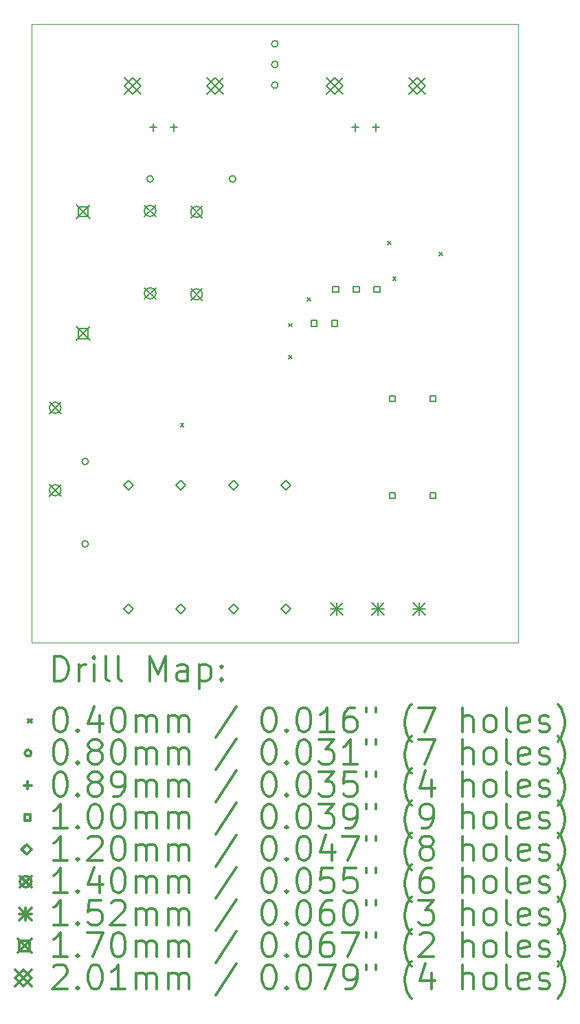
<source format=gbr>
%FSLAX45Y45*%
G04 Gerber Fmt 4.5, Leading zero omitted, Abs format (unit mm)*
G04 Created by KiCad (PCBNEW (5.1.2)-2) date 2019-08-08 10:38:03*
%MOMM*%
%LPD*%
G04 APERTURE LIST*
%ADD10C,0.050000*%
%ADD11C,0.200000*%
%ADD12C,0.300000*%
G04 APERTURE END LIST*
D10*
X4826000Y-11303000D02*
X4826000Y-3683000D01*
X10820400Y-11303000D02*
X4826000Y-11303000D01*
X10820400Y-3683000D02*
X10820400Y-11303000D01*
X4826000Y-3683000D02*
X10820400Y-3683000D01*
D11*
X6660200Y-8603300D02*
X6700200Y-8643300D01*
X6700200Y-8603300D02*
X6660200Y-8643300D01*
X7993700Y-7368101D02*
X8033700Y-7408101D01*
X8033700Y-7368101D02*
X7993700Y-7408101D01*
X7993700Y-7765100D02*
X8033700Y-7805100D01*
X8033700Y-7765100D02*
X7993700Y-7805100D01*
X8222300Y-7053900D02*
X8262300Y-7093900D01*
X8262300Y-7053900D02*
X8222300Y-7093900D01*
X9212900Y-6355400D02*
X9252900Y-6395400D01*
X9252900Y-6355400D02*
X9212900Y-6395400D01*
X9276400Y-6799900D02*
X9316400Y-6839900D01*
X9316400Y-6799900D02*
X9276400Y-6839900D01*
X9847900Y-6495100D02*
X9887900Y-6535100D01*
X9887900Y-6495100D02*
X9847900Y-6535100D01*
X6326500Y-5588000D02*
G75*
G03X6326500Y-5588000I-40000J0D01*
G01*
X7342500Y-5588000D02*
G75*
G03X7342500Y-5588000I-40000J0D01*
G01*
X7863200Y-3924300D02*
G75*
G03X7863200Y-3924300I-40000J0D01*
G01*
X7863200Y-4178300D02*
G75*
G03X7863200Y-4178300I-40000J0D01*
G01*
X7863200Y-4432300D02*
G75*
G03X7863200Y-4432300I-40000J0D01*
G01*
X5526400Y-9067800D02*
G75*
G03X5526400Y-9067800I-40000J0D01*
G01*
X5526400Y-10083800D02*
G75*
G03X5526400Y-10083800I-40000J0D01*
G01*
X6324600Y-4908500D02*
X6324600Y-4997500D01*
X6280100Y-4953000D02*
X6369100Y-4953000D01*
X6578600Y-4908500D02*
X6578600Y-4997500D01*
X6534100Y-4953000D02*
X6623100Y-4953000D01*
X8813800Y-4908500D02*
X8813800Y-4997500D01*
X8769300Y-4953000D02*
X8858300Y-4953000D01*
X9067800Y-4908500D02*
X9067800Y-4997500D01*
X9023300Y-4953000D02*
X9112300Y-4953000D01*
X9306356Y-8328456D02*
X9306356Y-8257744D01*
X9235644Y-8257744D01*
X9235644Y-8328456D01*
X9306356Y-8328456D01*
X9806356Y-8328456D02*
X9806356Y-8257744D01*
X9735644Y-8257744D01*
X9735644Y-8328456D01*
X9806356Y-8328456D01*
X8607856Y-6982256D02*
X8607856Y-6911544D01*
X8537144Y-6911544D01*
X8537144Y-6982256D01*
X8607856Y-6982256D01*
X8861856Y-6982256D02*
X8861856Y-6911544D01*
X8791144Y-6911544D01*
X8791144Y-6982256D01*
X8861856Y-6982256D01*
X9115856Y-6982256D02*
X9115856Y-6911544D01*
X9045144Y-6911544D01*
X9045144Y-6982256D01*
X9115856Y-6982256D01*
X9306356Y-9522256D02*
X9306356Y-9451544D01*
X9235644Y-9451544D01*
X9235644Y-9522256D01*
X9306356Y-9522256D01*
X9806356Y-9522256D02*
X9806356Y-9451544D01*
X9735644Y-9451544D01*
X9735644Y-9522256D01*
X9806356Y-9522256D01*
X8341156Y-7401356D02*
X8341156Y-7330644D01*
X8270444Y-7330644D01*
X8270444Y-7401356D01*
X8341156Y-7401356D01*
X8595156Y-7401356D02*
X8595156Y-7330644D01*
X8524444Y-7330644D01*
X8524444Y-7401356D01*
X8595156Y-7401356D01*
X7315200Y-9419900D02*
X7375200Y-9359900D01*
X7315200Y-9299900D01*
X7255200Y-9359900D01*
X7315200Y-9419900D01*
X7315200Y-10943900D02*
X7375200Y-10883900D01*
X7315200Y-10823900D01*
X7255200Y-10883900D01*
X7315200Y-10943900D01*
X6019800Y-9419900D02*
X6079800Y-9359900D01*
X6019800Y-9299900D01*
X5959800Y-9359900D01*
X6019800Y-9419900D01*
X6019800Y-10943900D02*
X6079800Y-10883900D01*
X6019800Y-10823900D01*
X5959800Y-10883900D01*
X6019800Y-10943900D01*
X7962900Y-9419900D02*
X8022900Y-9359900D01*
X7962900Y-9299900D01*
X7902900Y-9359900D01*
X7962900Y-9419900D01*
X7962900Y-10943900D02*
X8022900Y-10883900D01*
X7962900Y-10823900D01*
X7902900Y-10883900D01*
X7962900Y-10943900D01*
X6667500Y-9419900D02*
X6727500Y-9359900D01*
X6667500Y-9299900D01*
X6607500Y-9359900D01*
X6667500Y-9419900D01*
X6667500Y-10943900D02*
X6727500Y-10883900D01*
X6667500Y-10823900D01*
X6607500Y-10883900D01*
X6667500Y-10943900D01*
X6788000Y-5924400D02*
X6928000Y-6064400D01*
X6928000Y-5924400D02*
X6788000Y-6064400D01*
X6928000Y-5994400D02*
G75*
G03X6928000Y-5994400I-70000J0D01*
G01*
X6788000Y-6940400D02*
X6928000Y-7080400D01*
X6928000Y-6940400D02*
X6788000Y-7080400D01*
X6928000Y-7010400D02*
G75*
G03X6928000Y-7010400I-70000J0D01*
G01*
X6216500Y-5911700D02*
X6356500Y-6051700D01*
X6356500Y-5911700D02*
X6216500Y-6051700D01*
X6356500Y-5981700D02*
G75*
G03X6356500Y-5981700I-70000J0D01*
G01*
X6216500Y-6927700D02*
X6356500Y-7067700D01*
X6356500Y-6927700D02*
X6216500Y-7067700D01*
X6356500Y-6997700D02*
G75*
G03X6356500Y-6997700I-70000J0D01*
G01*
X5048100Y-8337400D02*
X5188100Y-8477400D01*
X5188100Y-8337400D02*
X5048100Y-8477400D01*
X5188100Y-8407400D02*
G75*
G03X5188100Y-8407400I-70000J0D01*
G01*
X5048100Y-9353400D02*
X5188100Y-9493400D01*
X5188100Y-9353400D02*
X5048100Y-9493400D01*
X5188100Y-9423400D02*
G75*
G03X5188100Y-9423400I-70000J0D01*
G01*
X8509200Y-10807900D02*
X8661200Y-10959900D01*
X8661200Y-10807900D02*
X8509200Y-10959900D01*
X8585200Y-10807900D02*
X8585200Y-10959900D01*
X8509200Y-10883900D02*
X8661200Y-10883900D01*
X9017200Y-10807900D02*
X9169200Y-10959900D01*
X9169200Y-10807900D02*
X9017200Y-10959900D01*
X9093200Y-10807900D02*
X9093200Y-10959900D01*
X9017200Y-10883900D02*
X9169200Y-10883900D01*
X9525200Y-10807900D02*
X9677200Y-10959900D01*
X9677200Y-10807900D02*
X9525200Y-10959900D01*
X9601200Y-10807900D02*
X9601200Y-10959900D01*
X9525200Y-10883900D02*
X9677200Y-10883900D01*
X5376000Y-5908700D02*
X5546000Y-6078700D01*
X5546000Y-5908700D02*
X5376000Y-6078700D01*
X5521105Y-6053805D02*
X5521105Y-5933595D01*
X5400895Y-5933595D01*
X5400895Y-6053805D01*
X5521105Y-6053805D01*
X5376000Y-7408700D02*
X5546000Y-7578700D01*
X5546000Y-7408700D02*
X5376000Y-7578700D01*
X5521105Y-7553805D02*
X5521105Y-7433595D01*
X5400895Y-7433595D01*
X5400895Y-7553805D01*
X5521105Y-7553805D01*
X5970100Y-4344500D02*
X6171100Y-4545500D01*
X6171100Y-4344500D02*
X5970100Y-4545500D01*
X6070600Y-4545500D02*
X6171100Y-4445000D01*
X6070600Y-4344500D01*
X5970100Y-4445000D01*
X6070600Y-4545500D01*
X6986100Y-4344500D02*
X7187100Y-4545500D01*
X7187100Y-4344500D02*
X6986100Y-4545500D01*
X7086600Y-4545500D02*
X7187100Y-4445000D01*
X7086600Y-4344500D01*
X6986100Y-4445000D01*
X7086600Y-4545500D01*
X8459300Y-4344500D02*
X8660300Y-4545500D01*
X8660300Y-4344500D02*
X8459300Y-4545500D01*
X8559800Y-4545500D02*
X8660300Y-4445000D01*
X8559800Y-4344500D01*
X8459300Y-4445000D01*
X8559800Y-4545500D01*
X9475300Y-4344500D02*
X9676300Y-4545500D01*
X9676300Y-4344500D02*
X9475300Y-4545500D01*
X9575800Y-4545500D02*
X9676300Y-4445000D01*
X9575800Y-4344500D01*
X9475300Y-4445000D01*
X9575800Y-4545500D01*
D12*
X5109928Y-11771214D02*
X5109928Y-11471214D01*
X5181357Y-11471214D01*
X5224214Y-11485500D01*
X5252786Y-11514071D01*
X5267071Y-11542643D01*
X5281357Y-11599786D01*
X5281357Y-11642643D01*
X5267071Y-11699786D01*
X5252786Y-11728357D01*
X5224214Y-11756929D01*
X5181357Y-11771214D01*
X5109928Y-11771214D01*
X5409928Y-11771214D02*
X5409928Y-11571214D01*
X5409928Y-11628357D02*
X5424214Y-11599786D01*
X5438500Y-11585500D01*
X5467071Y-11571214D01*
X5495643Y-11571214D01*
X5595643Y-11771214D02*
X5595643Y-11571214D01*
X5595643Y-11471214D02*
X5581357Y-11485500D01*
X5595643Y-11499786D01*
X5609928Y-11485500D01*
X5595643Y-11471214D01*
X5595643Y-11499786D01*
X5781357Y-11771214D02*
X5752786Y-11756929D01*
X5738500Y-11728357D01*
X5738500Y-11471214D01*
X5938500Y-11771214D02*
X5909928Y-11756929D01*
X5895643Y-11728357D01*
X5895643Y-11471214D01*
X6281357Y-11771214D02*
X6281357Y-11471214D01*
X6381357Y-11685500D01*
X6481357Y-11471214D01*
X6481357Y-11771214D01*
X6752786Y-11771214D02*
X6752786Y-11614071D01*
X6738500Y-11585500D01*
X6709928Y-11571214D01*
X6652786Y-11571214D01*
X6624214Y-11585500D01*
X6752786Y-11756929D02*
X6724214Y-11771214D01*
X6652786Y-11771214D01*
X6624214Y-11756929D01*
X6609928Y-11728357D01*
X6609928Y-11699786D01*
X6624214Y-11671214D01*
X6652786Y-11656929D01*
X6724214Y-11656929D01*
X6752786Y-11642643D01*
X6895643Y-11571214D02*
X6895643Y-11871214D01*
X6895643Y-11585500D02*
X6924214Y-11571214D01*
X6981357Y-11571214D01*
X7009928Y-11585500D01*
X7024214Y-11599786D01*
X7038500Y-11628357D01*
X7038500Y-11714071D01*
X7024214Y-11742643D01*
X7009928Y-11756929D01*
X6981357Y-11771214D01*
X6924214Y-11771214D01*
X6895643Y-11756929D01*
X7167071Y-11742643D02*
X7181357Y-11756929D01*
X7167071Y-11771214D01*
X7152786Y-11756929D01*
X7167071Y-11742643D01*
X7167071Y-11771214D01*
X7167071Y-11585500D02*
X7181357Y-11599786D01*
X7167071Y-11614071D01*
X7152786Y-11599786D01*
X7167071Y-11585500D01*
X7167071Y-11614071D01*
X4783500Y-12245500D02*
X4823500Y-12285500D01*
X4823500Y-12245500D02*
X4783500Y-12285500D01*
X5167071Y-12101214D02*
X5195643Y-12101214D01*
X5224214Y-12115500D01*
X5238500Y-12129786D01*
X5252786Y-12158357D01*
X5267071Y-12215500D01*
X5267071Y-12286929D01*
X5252786Y-12344071D01*
X5238500Y-12372643D01*
X5224214Y-12386929D01*
X5195643Y-12401214D01*
X5167071Y-12401214D01*
X5138500Y-12386929D01*
X5124214Y-12372643D01*
X5109928Y-12344071D01*
X5095643Y-12286929D01*
X5095643Y-12215500D01*
X5109928Y-12158357D01*
X5124214Y-12129786D01*
X5138500Y-12115500D01*
X5167071Y-12101214D01*
X5395643Y-12372643D02*
X5409928Y-12386929D01*
X5395643Y-12401214D01*
X5381357Y-12386929D01*
X5395643Y-12372643D01*
X5395643Y-12401214D01*
X5667071Y-12201214D02*
X5667071Y-12401214D01*
X5595643Y-12086929D02*
X5524214Y-12301214D01*
X5709928Y-12301214D01*
X5881357Y-12101214D02*
X5909928Y-12101214D01*
X5938500Y-12115500D01*
X5952786Y-12129786D01*
X5967071Y-12158357D01*
X5981357Y-12215500D01*
X5981357Y-12286929D01*
X5967071Y-12344071D01*
X5952786Y-12372643D01*
X5938500Y-12386929D01*
X5909928Y-12401214D01*
X5881357Y-12401214D01*
X5852786Y-12386929D01*
X5838500Y-12372643D01*
X5824214Y-12344071D01*
X5809928Y-12286929D01*
X5809928Y-12215500D01*
X5824214Y-12158357D01*
X5838500Y-12129786D01*
X5852786Y-12115500D01*
X5881357Y-12101214D01*
X6109928Y-12401214D02*
X6109928Y-12201214D01*
X6109928Y-12229786D02*
X6124214Y-12215500D01*
X6152786Y-12201214D01*
X6195643Y-12201214D01*
X6224214Y-12215500D01*
X6238500Y-12244071D01*
X6238500Y-12401214D01*
X6238500Y-12244071D02*
X6252786Y-12215500D01*
X6281357Y-12201214D01*
X6324214Y-12201214D01*
X6352786Y-12215500D01*
X6367071Y-12244071D01*
X6367071Y-12401214D01*
X6509928Y-12401214D02*
X6509928Y-12201214D01*
X6509928Y-12229786D02*
X6524214Y-12215500D01*
X6552786Y-12201214D01*
X6595643Y-12201214D01*
X6624214Y-12215500D01*
X6638500Y-12244071D01*
X6638500Y-12401214D01*
X6638500Y-12244071D02*
X6652786Y-12215500D01*
X6681357Y-12201214D01*
X6724214Y-12201214D01*
X6752786Y-12215500D01*
X6767071Y-12244071D01*
X6767071Y-12401214D01*
X7352786Y-12086929D02*
X7095643Y-12472643D01*
X7738500Y-12101214D02*
X7767071Y-12101214D01*
X7795643Y-12115500D01*
X7809928Y-12129786D01*
X7824214Y-12158357D01*
X7838500Y-12215500D01*
X7838500Y-12286929D01*
X7824214Y-12344071D01*
X7809928Y-12372643D01*
X7795643Y-12386929D01*
X7767071Y-12401214D01*
X7738500Y-12401214D01*
X7709928Y-12386929D01*
X7695643Y-12372643D01*
X7681357Y-12344071D01*
X7667071Y-12286929D01*
X7667071Y-12215500D01*
X7681357Y-12158357D01*
X7695643Y-12129786D01*
X7709928Y-12115500D01*
X7738500Y-12101214D01*
X7967071Y-12372643D02*
X7981357Y-12386929D01*
X7967071Y-12401214D01*
X7952786Y-12386929D01*
X7967071Y-12372643D01*
X7967071Y-12401214D01*
X8167071Y-12101214D02*
X8195643Y-12101214D01*
X8224214Y-12115500D01*
X8238500Y-12129786D01*
X8252786Y-12158357D01*
X8267071Y-12215500D01*
X8267071Y-12286929D01*
X8252786Y-12344071D01*
X8238500Y-12372643D01*
X8224214Y-12386929D01*
X8195643Y-12401214D01*
X8167071Y-12401214D01*
X8138500Y-12386929D01*
X8124214Y-12372643D01*
X8109928Y-12344071D01*
X8095643Y-12286929D01*
X8095643Y-12215500D01*
X8109928Y-12158357D01*
X8124214Y-12129786D01*
X8138500Y-12115500D01*
X8167071Y-12101214D01*
X8552786Y-12401214D02*
X8381357Y-12401214D01*
X8467071Y-12401214D02*
X8467071Y-12101214D01*
X8438500Y-12144071D01*
X8409928Y-12172643D01*
X8381357Y-12186929D01*
X8809928Y-12101214D02*
X8752786Y-12101214D01*
X8724214Y-12115500D01*
X8709928Y-12129786D01*
X8681357Y-12172643D01*
X8667071Y-12229786D01*
X8667071Y-12344071D01*
X8681357Y-12372643D01*
X8695643Y-12386929D01*
X8724214Y-12401214D01*
X8781357Y-12401214D01*
X8809928Y-12386929D01*
X8824214Y-12372643D01*
X8838500Y-12344071D01*
X8838500Y-12272643D01*
X8824214Y-12244071D01*
X8809928Y-12229786D01*
X8781357Y-12215500D01*
X8724214Y-12215500D01*
X8695643Y-12229786D01*
X8681357Y-12244071D01*
X8667071Y-12272643D01*
X8952786Y-12101214D02*
X8952786Y-12158357D01*
X9067071Y-12101214D02*
X9067071Y-12158357D01*
X9509928Y-12515500D02*
X9495643Y-12501214D01*
X9467071Y-12458357D01*
X9452786Y-12429786D01*
X9438500Y-12386929D01*
X9424214Y-12315500D01*
X9424214Y-12258357D01*
X9438500Y-12186929D01*
X9452786Y-12144071D01*
X9467071Y-12115500D01*
X9495643Y-12072643D01*
X9509928Y-12058357D01*
X9595643Y-12101214D02*
X9795643Y-12101214D01*
X9667071Y-12401214D01*
X10138500Y-12401214D02*
X10138500Y-12101214D01*
X10267071Y-12401214D02*
X10267071Y-12244071D01*
X10252786Y-12215500D01*
X10224214Y-12201214D01*
X10181357Y-12201214D01*
X10152786Y-12215500D01*
X10138500Y-12229786D01*
X10452786Y-12401214D02*
X10424214Y-12386929D01*
X10409928Y-12372643D01*
X10395643Y-12344071D01*
X10395643Y-12258357D01*
X10409928Y-12229786D01*
X10424214Y-12215500D01*
X10452786Y-12201214D01*
X10495643Y-12201214D01*
X10524214Y-12215500D01*
X10538500Y-12229786D01*
X10552786Y-12258357D01*
X10552786Y-12344071D01*
X10538500Y-12372643D01*
X10524214Y-12386929D01*
X10495643Y-12401214D01*
X10452786Y-12401214D01*
X10724214Y-12401214D02*
X10695643Y-12386929D01*
X10681357Y-12358357D01*
X10681357Y-12101214D01*
X10952786Y-12386929D02*
X10924214Y-12401214D01*
X10867071Y-12401214D01*
X10838500Y-12386929D01*
X10824214Y-12358357D01*
X10824214Y-12244071D01*
X10838500Y-12215500D01*
X10867071Y-12201214D01*
X10924214Y-12201214D01*
X10952786Y-12215500D01*
X10967071Y-12244071D01*
X10967071Y-12272643D01*
X10824214Y-12301214D01*
X11081357Y-12386929D02*
X11109928Y-12401214D01*
X11167071Y-12401214D01*
X11195643Y-12386929D01*
X11209928Y-12358357D01*
X11209928Y-12344071D01*
X11195643Y-12315500D01*
X11167071Y-12301214D01*
X11124214Y-12301214D01*
X11095643Y-12286929D01*
X11081357Y-12258357D01*
X11081357Y-12244071D01*
X11095643Y-12215500D01*
X11124214Y-12201214D01*
X11167071Y-12201214D01*
X11195643Y-12215500D01*
X11309928Y-12515500D02*
X11324214Y-12501214D01*
X11352786Y-12458357D01*
X11367071Y-12429786D01*
X11381357Y-12386929D01*
X11395643Y-12315500D01*
X11395643Y-12258357D01*
X11381357Y-12186929D01*
X11367071Y-12144071D01*
X11352786Y-12115500D01*
X11324214Y-12072643D01*
X11309928Y-12058357D01*
X4823500Y-12661500D02*
G75*
G03X4823500Y-12661500I-40000J0D01*
G01*
X5167071Y-12497214D02*
X5195643Y-12497214D01*
X5224214Y-12511500D01*
X5238500Y-12525786D01*
X5252786Y-12554357D01*
X5267071Y-12611500D01*
X5267071Y-12682929D01*
X5252786Y-12740071D01*
X5238500Y-12768643D01*
X5224214Y-12782929D01*
X5195643Y-12797214D01*
X5167071Y-12797214D01*
X5138500Y-12782929D01*
X5124214Y-12768643D01*
X5109928Y-12740071D01*
X5095643Y-12682929D01*
X5095643Y-12611500D01*
X5109928Y-12554357D01*
X5124214Y-12525786D01*
X5138500Y-12511500D01*
X5167071Y-12497214D01*
X5395643Y-12768643D02*
X5409928Y-12782929D01*
X5395643Y-12797214D01*
X5381357Y-12782929D01*
X5395643Y-12768643D01*
X5395643Y-12797214D01*
X5581357Y-12625786D02*
X5552786Y-12611500D01*
X5538500Y-12597214D01*
X5524214Y-12568643D01*
X5524214Y-12554357D01*
X5538500Y-12525786D01*
X5552786Y-12511500D01*
X5581357Y-12497214D01*
X5638500Y-12497214D01*
X5667071Y-12511500D01*
X5681357Y-12525786D01*
X5695643Y-12554357D01*
X5695643Y-12568643D01*
X5681357Y-12597214D01*
X5667071Y-12611500D01*
X5638500Y-12625786D01*
X5581357Y-12625786D01*
X5552786Y-12640071D01*
X5538500Y-12654357D01*
X5524214Y-12682929D01*
X5524214Y-12740071D01*
X5538500Y-12768643D01*
X5552786Y-12782929D01*
X5581357Y-12797214D01*
X5638500Y-12797214D01*
X5667071Y-12782929D01*
X5681357Y-12768643D01*
X5695643Y-12740071D01*
X5695643Y-12682929D01*
X5681357Y-12654357D01*
X5667071Y-12640071D01*
X5638500Y-12625786D01*
X5881357Y-12497214D02*
X5909928Y-12497214D01*
X5938500Y-12511500D01*
X5952786Y-12525786D01*
X5967071Y-12554357D01*
X5981357Y-12611500D01*
X5981357Y-12682929D01*
X5967071Y-12740071D01*
X5952786Y-12768643D01*
X5938500Y-12782929D01*
X5909928Y-12797214D01*
X5881357Y-12797214D01*
X5852786Y-12782929D01*
X5838500Y-12768643D01*
X5824214Y-12740071D01*
X5809928Y-12682929D01*
X5809928Y-12611500D01*
X5824214Y-12554357D01*
X5838500Y-12525786D01*
X5852786Y-12511500D01*
X5881357Y-12497214D01*
X6109928Y-12797214D02*
X6109928Y-12597214D01*
X6109928Y-12625786D02*
X6124214Y-12611500D01*
X6152786Y-12597214D01*
X6195643Y-12597214D01*
X6224214Y-12611500D01*
X6238500Y-12640071D01*
X6238500Y-12797214D01*
X6238500Y-12640071D02*
X6252786Y-12611500D01*
X6281357Y-12597214D01*
X6324214Y-12597214D01*
X6352786Y-12611500D01*
X6367071Y-12640071D01*
X6367071Y-12797214D01*
X6509928Y-12797214D02*
X6509928Y-12597214D01*
X6509928Y-12625786D02*
X6524214Y-12611500D01*
X6552786Y-12597214D01*
X6595643Y-12597214D01*
X6624214Y-12611500D01*
X6638500Y-12640071D01*
X6638500Y-12797214D01*
X6638500Y-12640071D02*
X6652786Y-12611500D01*
X6681357Y-12597214D01*
X6724214Y-12597214D01*
X6752786Y-12611500D01*
X6767071Y-12640071D01*
X6767071Y-12797214D01*
X7352786Y-12482929D02*
X7095643Y-12868643D01*
X7738500Y-12497214D02*
X7767071Y-12497214D01*
X7795643Y-12511500D01*
X7809928Y-12525786D01*
X7824214Y-12554357D01*
X7838500Y-12611500D01*
X7838500Y-12682929D01*
X7824214Y-12740071D01*
X7809928Y-12768643D01*
X7795643Y-12782929D01*
X7767071Y-12797214D01*
X7738500Y-12797214D01*
X7709928Y-12782929D01*
X7695643Y-12768643D01*
X7681357Y-12740071D01*
X7667071Y-12682929D01*
X7667071Y-12611500D01*
X7681357Y-12554357D01*
X7695643Y-12525786D01*
X7709928Y-12511500D01*
X7738500Y-12497214D01*
X7967071Y-12768643D02*
X7981357Y-12782929D01*
X7967071Y-12797214D01*
X7952786Y-12782929D01*
X7967071Y-12768643D01*
X7967071Y-12797214D01*
X8167071Y-12497214D02*
X8195643Y-12497214D01*
X8224214Y-12511500D01*
X8238500Y-12525786D01*
X8252786Y-12554357D01*
X8267071Y-12611500D01*
X8267071Y-12682929D01*
X8252786Y-12740071D01*
X8238500Y-12768643D01*
X8224214Y-12782929D01*
X8195643Y-12797214D01*
X8167071Y-12797214D01*
X8138500Y-12782929D01*
X8124214Y-12768643D01*
X8109928Y-12740071D01*
X8095643Y-12682929D01*
X8095643Y-12611500D01*
X8109928Y-12554357D01*
X8124214Y-12525786D01*
X8138500Y-12511500D01*
X8167071Y-12497214D01*
X8367071Y-12497214D02*
X8552786Y-12497214D01*
X8452786Y-12611500D01*
X8495643Y-12611500D01*
X8524214Y-12625786D01*
X8538500Y-12640071D01*
X8552786Y-12668643D01*
X8552786Y-12740071D01*
X8538500Y-12768643D01*
X8524214Y-12782929D01*
X8495643Y-12797214D01*
X8409928Y-12797214D01*
X8381357Y-12782929D01*
X8367071Y-12768643D01*
X8838500Y-12797214D02*
X8667071Y-12797214D01*
X8752786Y-12797214D02*
X8752786Y-12497214D01*
X8724214Y-12540071D01*
X8695643Y-12568643D01*
X8667071Y-12582929D01*
X8952786Y-12497214D02*
X8952786Y-12554357D01*
X9067071Y-12497214D02*
X9067071Y-12554357D01*
X9509928Y-12911500D02*
X9495643Y-12897214D01*
X9467071Y-12854357D01*
X9452786Y-12825786D01*
X9438500Y-12782929D01*
X9424214Y-12711500D01*
X9424214Y-12654357D01*
X9438500Y-12582929D01*
X9452786Y-12540071D01*
X9467071Y-12511500D01*
X9495643Y-12468643D01*
X9509928Y-12454357D01*
X9595643Y-12497214D02*
X9795643Y-12497214D01*
X9667071Y-12797214D01*
X10138500Y-12797214D02*
X10138500Y-12497214D01*
X10267071Y-12797214D02*
X10267071Y-12640071D01*
X10252786Y-12611500D01*
X10224214Y-12597214D01*
X10181357Y-12597214D01*
X10152786Y-12611500D01*
X10138500Y-12625786D01*
X10452786Y-12797214D02*
X10424214Y-12782929D01*
X10409928Y-12768643D01*
X10395643Y-12740071D01*
X10395643Y-12654357D01*
X10409928Y-12625786D01*
X10424214Y-12611500D01*
X10452786Y-12597214D01*
X10495643Y-12597214D01*
X10524214Y-12611500D01*
X10538500Y-12625786D01*
X10552786Y-12654357D01*
X10552786Y-12740071D01*
X10538500Y-12768643D01*
X10524214Y-12782929D01*
X10495643Y-12797214D01*
X10452786Y-12797214D01*
X10724214Y-12797214D02*
X10695643Y-12782929D01*
X10681357Y-12754357D01*
X10681357Y-12497214D01*
X10952786Y-12782929D02*
X10924214Y-12797214D01*
X10867071Y-12797214D01*
X10838500Y-12782929D01*
X10824214Y-12754357D01*
X10824214Y-12640071D01*
X10838500Y-12611500D01*
X10867071Y-12597214D01*
X10924214Y-12597214D01*
X10952786Y-12611500D01*
X10967071Y-12640071D01*
X10967071Y-12668643D01*
X10824214Y-12697214D01*
X11081357Y-12782929D02*
X11109928Y-12797214D01*
X11167071Y-12797214D01*
X11195643Y-12782929D01*
X11209928Y-12754357D01*
X11209928Y-12740071D01*
X11195643Y-12711500D01*
X11167071Y-12697214D01*
X11124214Y-12697214D01*
X11095643Y-12682929D01*
X11081357Y-12654357D01*
X11081357Y-12640071D01*
X11095643Y-12611500D01*
X11124214Y-12597214D01*
X11167071Y-12597214D01*
X11195643Y-12611500D01*
X11309928Y-12911500D02*
X11324214Y-12897214D01*
X11352786Y-12854357D01*
X11367071Y-12825786D01*
X11381357Y-12782929D01*
X11395643Y-12711500D01*
X11395643Y-12654357D01*
X11381357Y-12582929D01*
X11367071Y-12540071D01*
X11352786Y-12511500D01*
X11324214Y-12468643D01*
X11309928Y-12454357D01*
X4779000Y-13013000D02*
X4779000Y-13102000D01*
X4734500Y-13057500D02*
X4823500Y-13057500D01*
X5167071Y-12893214D02*
X5195643Y-12893214D01*
X5224214Y-12907500D01*
X5238500Y-12921786D01*
X5252786Y-12950357D01*
X5267071Y-13007500D01*
X5267071Y-13078929D01*
X5252786Y-13136071D01*
X5238500Y-13164643D01*
X5224214Y-13178929D01*
X5195643Y-13193214D01*
X5167071Y-13193214D01*
X5138500Y-13178929D01*
X5124214Y-13164643D01*
X5109928Y-13136071D01*
X5095643Y-13078929D01*
X5095643Y-13007500D01*
X5109928Y-12950357D01*
X5124214Y-12921786D01*
X5138500Y-12907500D01*
X5167071Y-12893214D01*
X5395643Y-13164643D02*
X5409928Y-13178929D01*
X5395643Y-13193214D01*
X5381357Y-13178929D01*
X5395643Y-13164643D01*
X5395643Y-13193214D01*
X5581357Y-13021786D02*
X5552786Y-13007500D01*
X5538500Y-12993214D01*
X5524214Y-12964643D01*
X5524214Y-12950357D01*
X5538500Y-12921786D01*
X5552786Y-12907500D01*
X5581357Y-12893214D01*
X5638500Y-12893214D01*
X5667071Y-12907500D01*
X5681357Y-12921786D01*
X5695643Y-12950357D01*
X5695643Y-12964643D01*
X5681357Y-12993214D01*
X5667071Y-13007500D01*
X5638500Y-13021786D01*
X5581357Y-13021786D01*
X5552786Y-13036071D01*
X5538500Y-13050357D01*
X5524214Y-13078929D01*
X5524214Y-13136071D01*
X5538500Y-13164643D01*
X5552786Y-13178929D01*
X5581357Y-13193214D01*
X5638500Y-13193214D01*
X5667071Y-13178929D01*
X5681357Y-13164643D01*
X5695643Y-13136071D01*
X5695643Y-13078929D01*
X5681357Y-13050357D01*
X5667071Y-13036071D01*
X5638500Y-13021786D01*
X5838500Y-13193214D02*
X5895643Y-13193214D01*
X5924214Y-13178929D01*
X5938500Y-13164643D01*
X5967071Y-13121786D01*
X5981357Y-13064643D01*
X5981357Y-12950357D01*
X5967071Y-12921786D01*
X5952786Y-12907500D01*
X5924214Y-12893214D01*
X5867071Y-12893214D01*
X5838500Y-12907500D01*
X5824214Y-12921786D01*
X5809928Y-12950357D01*
X5809928Y-13021786D01*
X5824214Y-13050357D01*
X5838500Y-13064643D01*
X5867071Y-13078929D01*
X5924214Y-13078929D01*
X5952786Y-13064643D01*
X5967071Y-13050357D01*
X5981357Y-13021786D01*
X6109928Y-13193214D02*
X6109928Y-12993214D01*
X6109928Y-13021786D02*
X6124214Y-13007500D01*
X6152786Y-12993214D01*
X6195643Y-12993214D01*
X6224214Y-13007500D01*
X6238500Y-13036071D01*
X6238500Y-13193214D01*
X6238500Y-13036071D02*
X6252786Y-13007500D01*
X6281357Y-12993214D01*
X6324214Y-12993214D01*
X6352786Y-13007500D01*
X6367071Y-13036071D01*
X6367071Y-13193214D01*
X6509928Y-13193214D02*
X6509928Y-12993214D01*
X6509928Y-13021786D02*
X6524214Y-13007500D01*
X6552786Y-12993214D01*
X6595643Y-12993214D01*
X6624214Y-13007500D01*
X6638500Y-13036071D01*
X6638500Y-13193214D01*
X6638500Y-13036071D02*
X6652786Y-13007500D01*
X6681357Y-12993214D01*
X6724214Y-12993214D01*
X6752786Y-13007500D01*
X6767071Y-13036071D01*
X6767071Y-13193214D01*
X7352786Y-12878929D02*
X7095643Y-13264643D01*
X7738500Y-12893214D02*
X7767071Y-12893214D01*
X7795643Y-12907500D01*
X7809928Y-12921786D01*
X7824214Y-12950357D01*
X7838500Y-13007500D01*
X7838500Y-13078929D01*
X7824214Y-13136071D01*
X7809928Y-13164643D01*
X7795643Y-13178929D01*
X7767071Y-13193214D01*
X7738500Y-13193214D01*
X7709928Y-13178929D01*
X7695643Y-13164643D01*
X7681357Y-13136071D01*
X7667071Y-13078929D01*
X7667071Y-13007500D01*
X7681357Y-12950357D01*
X7695643Y-12921786D01*
X7709928Y-12907500D01*
X7738500Y-12893214D01*
X7967071Y-13164643D02*
X7981357Y-13178929D01*
X7967071Y-13193214D01*
X7952786Y-13178929D01*
X7967071Y-13164643D01*
X7967071Y-13193214D01*
X8167071Y-12893214D02*
X8195643Y-12893214D01*
X8224214Y-12907500D01*
X8238500Y-12921786D01*
X8252786Y-12950357D01*
X8267071Y-13007500D01*
X8267071Y-13078929D01*
X8252786Y-13136071D01*
X8238500Y-13164643D01*
X8224214Y-13178929D01*
X8195643Y-13193214D01*
X8167071Y-13193214D01*
X8138500Y-13178929D01*
X8124214Y-13164643D01*
X8109928Y-13136071D01*
X8095643Y-13078929D01*
X8095643Y-13007500D01*
X8109928Y-12950357D01*
X8124214Y-12921786D01*
X8138500Y-12907500D01*
X8167071Y-12893214D01*
X8367071Y-12893214D02*
X8552786Y-12893214D01*
X8452786Y-13007500D01*
X8495643Y-13007500D01*
X8524214Y-13021786D01*
X8538500Y-13036071D01*
X8552786Y-13064643D01*
X8552786Y-13136071D01*
X8538500Y-13164643D01*
X8524214Y-13178929D01*
X8495643Y-13193214D01*
X8409928Y-13193214D01*
X8381357Y-13178929D01*
X8367071Y-13164643D01*
X8824214Y-12893214D02*
X8681357Y-12893214D01*
X8667071Y-13036071D01*
X8681357Y-13021786D01*
X8709928Y-13007500D01*
X8781357Y-13007500D01*
X8809928Y-13021786D01*
X8824214Y-13036071D01*
X8838500Y-13064643D01*
X8838500Y-13136071D01*
X8824214Y-13164643D01*
X8809928Y-13178929D01*
X8781357Y-13193214D01*
X8709928Y-13193214D01*
X8681357Y-13178929D01*
X8667071Y-13164643D01*
X8952786Y-12893214D02*
X8952786Y-12950357D01*
X9067071Y-12893214D02*
X9067071Y-12950357D01*
X9509928Y-13307500D02*
X9495643Y-13293214D01*
X9467071Y-13250357D01*
X9452786Y-13221786D01*
X9438500Y-13178929D01*
X9424214Y-13107500D01*
X9424214Y-13050357D01*
X9438500Y-12978929D01*
X9452786Y-12936071D01*
X9467071Y-12907500D01*
X9495643Y-12864643D01*
X9509928Y-12850357D01*
X9752786Y-12993214D02*
X9752786Y-13193214D01*
X9681357Y-12878929D02*
X9609928Y-13093214D01*
X9795643Y-13093214D01*
X10138500Y-13193214D02*
X10138500Y-12893214D01*
X10267071Y-13193214D02*
X10267071Y-13036071D01*
X10252786Y-13007500D01*
X10224214Y-12993214D01*
X10181357Y-12993214D01*
X10152786Y-13007500D01*
X10138500Y-13021786D01*
X10452786Y-13193214D02*
X10424214Y-13178929D01*
X10409928Y-13164643D01*
X10395643Y-13136071D01*
X10395643Y-13050357D01*
X10409928Y-13021786D01*
X10424214Y-13007500D01*
X10452786Y-12993214D01*
X10495643Y-12993214D01*
X10524214Y-13007500D01*
X10538500Y-13021786D01*
X10552786Y-13050357D01*
X10552786Y-13136071D01*
X10538500Y-13164643D01*
X10524214Y-13178929D01*
X10495643Y-13193214D01*
X10452786Y-13193214D01*
X10724214Y-13193214D02*
X10695643Y-13178929D01*
X10681357Y-13150357D01*
X10681357Y-12893214D01*
X10952786Y-13178929D02*
X10924214Y-13193214D01*
X10867071Y-13193214D01*
X10838500Y-13178929D01*
X10824214Y-13150357D01*
X10824214Y-13036071D01*
X10838500Y-13007500D01*
X10867071Y-12993214D01*
X10924214Y-12993214D01*
X10952786Y-13007500D01*
X10967071Y-13036071D01*
X10967071Y-13064643D01*
X10824214Y-13093214D01*
X11081357Y-13178929D02*
X11109928Y-13193214D01*
X11167071Y-13193214D01*
X11195643Y-13178929D01*
X11209928Y-13150357D01*
X11209928Y-13136071D01*
X11195643Y-13107500D01*
X11167071Y-13093214D01*
X11124214Y-13093214D01*
X11095643Y-13078929D01*
X11081357Y-13050357D01*
X11081357Y-13036071D01*
X11095643Y-13007500D01*
X11124214Y-12993214D01*
X11167071Y-12993214D01*
X11195643Y-13007500D01*
X11309928Y-13307500D02*
X11324214Y-13293214D01*
X11352786Y-13250357D01*
X11367071Y-13221786D01*
X11381357Y-13178929D01*
X11395643Y-13107500D01*
X11395643Y-13050357D01*
X11381357Y-12978929D01*
X11367071Y-12936071D01*
X11352786Y-12907500D01*
X11324214Y-12864643D01*
X11309928Y-12850357D01*
X4808856Y-13488856D02*
X4808856Y-13418144D01*
X4738144Y-13418144D01*
X4738144Y-13488856D01*
X4808856Y-13488856D01*
X5267071Y-13589214D02*
X5095643Y-13589214D01*
X5181357Y-13589214D02*
X5181357Y-13289214D01*
X5152786Y-13332071D01*
X5124214Y-13360643D01*
X5095643Y-13374929D01*
X5395643Y-13560643D02*
X5409928Y-13574929D01*
X5395643Y-13589214D01*
X5381357Y-13574929D01*
X5395643Y-13560643D01*
X5395643Y-13589214D01*
X5595643Y-13289214D02*
X5624214Y-13289214D01*
X5652786Y-13303500D01*
X5667071Y-13317786D01*
X5681357Y-13346357D01*
X5695643Y-13403500D01*
X5695643Y-13474929D01*
X5681357Y-13532071D01*
X5667071Y-13560643D01*
X5652786Y-13574929D01*
X5624214Y-13589214D01*
X5595643Y-13589214D01*
X5567071Y-13574929D01*
X5552786Y-13560643D01*
X5538500Y-13532071D01*
X5524214Y-13474929D01*
X5524214Y-13403500D01*
X5538500Y-13346357D01*
X5552786Y-13317786D01*
X5567071Y-13303500D01*
X5595643Y-13289214D01*
X5881357Y-13289214D02*
X5909928Y-13289214D01*
X5938500Y-13303500D01*
X5952786Y-13317786D01*
X5967071Y-13346357D01*
X5981357Y-13403500D01*
X5981357Y-13474929D01*
X5967071Y-13532071D01*
X5952786Y-13560643D01*
X5938500Y-13574929D01*
X5909928Y-13589214D01*
X5881357Y-13589214D01*
X5852786Y-13574929D01*
X5838500Y-13560643D01*
X5824214Y-13532071D01*
X5809928Y-13474929D01*
X5809928Y-13403500D01*
X5824214Y-13346357D01*
X5838500Y-13317786D01*
X5852786Y-13303500D01*
X5881357Y-13289214D01*
X6109928Y-13589214D02*
X6109928Y-13389214D01*
X6109928Y-13417786D02*
X6124214Y-13403500D01*
X6152786Y-13389214D01*
X6195643Y-13389214D01*
X6224214Y-13403500D01*
X6238500Y-13432071D01*
X6238500Y-13589214D01*
X6238500Y-13432071D02*
X6252786Y-13403500D01*
X6281357Y-13389214D01*
X6324214Y-13389214D01*
X6352786Y-13403500D01*
X6367071Y-13432071D01*
X6367071Y-13589214D01*
X6509928Y-13589214D02*
X6509928Y-13389214D01*
X6509928Y-13417786D02*
X6524214Y-13403500D01*
X6552786Y-13389214D01*
X6595643Y-13389214D01*
X6624214Y-13403500D01*
X6638500Y-13432071D01*
X6638500Y-13589214D01*
X6638500Y-13432071D02*
X6652786Y-13403500D01*
X6681357Y-13389214D01*
X6724214Y-13389214D01*
X6752786Y-13403500D01*
X6767071Y-13432071D01*
X6767071Y-13589214D01*
X7352786Y-13274929D02*
X7095643Y-13660643D01*
X7738500Y-13289214D02*
X7767071Y-13289214D01*
X7795643Y-13303500D01*
X7809928Y-13317786D01*
X7824214Y-13346357D01*
X7838500Y-13403500D01*
X7838500Y-13474929D01*
X7824214Y-13532071D01*
X7809928Y-13560643D01*
X7795643Y-13574929D01*
X7767071Y-13589214D01*
X7738500Y-13589214D01*
X7709928Y-13574929D01*
X7695643Y-13560643D01*
X7681357Y-13532071D01*
X7667071Y-13474929D01*
X7667071Y-13403500D01*
X7681357Y-13346357D01*
X7695643Y-13317786D01*
X7709928Y-13303500D01*
X7738500Y-13289214D01*
X7967071Y-13560643D02*
X7981357Y-13574929D01*
X7967071Y-13589214D01*
X7952786Y-13574929D01*
X7967071Y-13560643D01*
X7967071Y-13589214D01*
X8167071Y-13289214D02*
X8195643Y-13289214D01*
X8224214Y-13303500D01*
X8238500Y-13317786D01*
X8252786Y-13346357D01*
X8267071Y-13403500D01*
X8267071Y-13474929D01*
X8252786Y-13532071D01*
X8238500Y-13560643D01*
X8224214Y-13574929D01*
X8195643Y-13589214D01*
X8167071Y-13589214D01*
X8138500Y-13574929D01*
X8124214Y-13560643D01*
X8109928Y-13532071D01*
X8095643Y-13474929D01*
X8095643Y-13403500D01*
X8109928Y-13346357D01*
X8124214Y-13317786D01*
X8138500Y-13303500D01*
X8167071Y-13289214D01*
X8367071Y-13289214D02*
X8552786Y-13289214D01*
X8452786Y-13403500D01*
X8495643Y-13403500D01*
X8524214Y-13417786D01*
X8538500Y-13432071D01*
X8552786Y-13460643D01*
X8552786Y-13532071D01*
X8538500Y-13560643D01*
X8524214Y-13574929D01*
X8495643Y-13589214D01*
X8409928Y-13589214D01*
X8381357Y-13574929D01*
X8367071Y-13560643D01*
X8695643Y-13589214D02*
X8752786Y-13589214D01*
X8781357Y-13574929D01*
X8795643Y-13560643D01*
X8824214Y-13517786D01*
X8838500Y-13460643D01*
X8838500Y-13346357D01*
X8824214Y-13317786D01*
X8809928Y-13303500D01*
X8781357Y-13289214D01*
X8724214Y-13289214D01*
X8695643Y-13303500D01*
X8681357Y-13317786D01*
X8667071Y-13346357D01*
X8667071Y-13417786D01*
X8681357Y-13446357D01*
X8695643Y-13460643D01*
X8724214Y-13474929D01*
X8781357Y-13474929D01*
X8809928Y-13460643D01*
X8824214Y-13446357D01*
X8838500Y-13417786D01*
X8952786Y-13289214D02*
X8952786Y-13346357D01*
X9067071Y-13289214D02*
X9067071Y-13346357D01*
X9509928Y-13703500D02*
X9495643Y-13689214D01*
X9467071Y-13646357D01*
X9452786Y-13617786D01*
X9438500Y-13574929D01*
X9424214Y-13503500D01*
X9424214Y-13446357D01*
X9438500Y-13374929D01*
X9452786Y-13332071D01*
X9467071Y-13303500D01*
X9495643Y-13260643D01*
X9509928Y-13246357D01*
X9638500Y-13589214D02*
X9695643Y-13589214D01*
X9724214Y-13574929D01*
X9738500Y-13560643D01*
X9767071Y-13517786D01*
X9781357Y-13460643D01*
X9781357Y-13346357D01*
X9767071Y-13317786D01*
X9752786Y-13303500D01*
X9724214Y-13289214D01*
X9667071Y-13289214D01*
X9638500Y-13303500D01*
X9624214Y-13317786D01*
X9609928Y-13346357D01*
X9609928Y-13417786D01*
X9624214Y-13446357D01*
X9638500Y-13460643D01*
X9667071Y-13474929D01*
X9724214Y-13474929D01*
X9752786Y-13460643D01*
X9767071Y-13446357D01*
X9781357Y-13417786D01*
X10138500Y-13589214D02*
X10138500Y-13289214D01*
X10267071Y-13589214D02*
X10267071Y-13432071D01*
X10252786Y-13403500D01*
X10224214Y-13389214D01*
X10181357Y-13389214D01*
X10152786Y-13403500D01*
X10138500Y-13417786D01*
X10452786Y-13589214D02*
X10424214Y-13574929D01*
X10409928Y-13560643D01*
X10395643Y-13532071D01*
X10395643Y-13446357D01*
X10409928Y-13417786D01*
X10424214Y-13403500D01*
X10452786Y-13389214D01*
X10495643Y-13389214D01*
X10524214Y-13403500D01*
X10538500Y-13417786D01*
X10552786Y-13446357D01*
X10552786Y-13532071D01*
X10538500Y-13560643D01*
X10524214Y-13574929D01*
X10495643Y-13589214D01*
X10452786Y-13589214D01*
X10724214Y-13589214D02*
X10695643Y-13574929D01*
X10681357Y-13546357D01*
X10681357Y-13289214D01*
X10952786Y-13574929D02*
X10924214Y-13589214D01*
X10867071Y-13589214D01*
X10838500Y-13574929D01*
X10824214Y-13546357D01*
X10824214Y-13432071D01*
X10838500Y-13403500D01*
X10867071Y-13389214D01*
X10924214Y-13389214D01*
X10952786Y-13403500D01*
X10967071Y-13432071D01*
X10967071Y-13460643D01*
X10824214Y-13489214D01*
X11081357Y-13574929D02*
X11109928Y-13589214D01*
X11167071Y-13589214D01*
X11195643Y-13574929D01*
X11209928Y-13546357D01*
X11209928Y-13532071D01*
X11195643Y-13503500D01*
X11167071Y-13489214D01*
X11124214Y-13489214D01*
X11095643Y-13474929D01*
X11081357Y-13446357D01*
X11081357Y-13432071D01*
X11095643Y-13403500D01*
X11124214Y-13389214D01*
X11167071Y-13389214D01*
X11195643Y-13403500D01*
X11309928Y-13703500D02*
X11324214Y-13689214D01*
X11352786Y-13646357D01*
X11367071Y-13617786D01*
X11381357Y-13574929D01*
X11395643Y-13503500D01*
X11395643Y-13446357D01*
X11381357Y-13374929D01*
X11367071Y-13332071D01*
X11352786Y-13303500D01*
X11324214Y-13260643D01*
X11309928Y-13246357D01*
X4763500Y-13909500D02*
X4823500Y-13849500D01*
X4763500Y-13789500D01*
X4703500Y-13849500D01*
X4763500Y-13909500D01*
X5267071Y-13985214D02*
X5095643Y-13985214D01*
X5181357Y-13985214D02*
X5181357Y-13685214D01*
X5152786Y-13728071D01*
X5124214Y-13756643D01*
X5095643Y-13770929D01*
X5395643Y-13956643D02*
X5409928Y-13970929D01*
X5395643Y-13985214D01*
X5381357Y-13970929D01*
X5395643Y-13956643D01*
X5395643Y-13985214D01*
X5524214Y-13713786D02*
X5538500Y-13699500D01*
X5567071Y-13685214D01*
X5638500Y-13685214D01*
X5667071Y-13699500D01*
X5681357Y-13713786D01*
X5695643Y-13742357D01*
X5695643Y-13770929D01*
X5681357Y-13813786D01*
X5509928Y-13985214D01*
X5695643Y-13985214D01*
X5881357Y-13685214D02*
X5909928Y-13685214D01*
X5938500Y-13699500D01*
X5952786Y-13713786D01*
X5967071Y-13742357D01*
X5981357Y-13799500D01*
X5981357Y-13870929D01*
X5967071Y-13928071D01*
X5952786Y-13956643D01*
X5938500Y-13970929D01*
X5909928Y-13985214D01*
X5881357Y-13985214D01*
X5852786Y-13970929D01*
X5838500Y-13956643D01*
X5824214Y-13928071D01*
X5809928Y-13870929D01*
X5809928Y-13799500D01*
X5824214Y-13742357D01*
X5838500Y-13713786D01*
X5852786Y-13699500D01*
X5881357Y-13685214D01*
X6109928Y-13985214D02*
X6109928Y-13785214D01*
X6109928Y-13813786D02*
X6124214Y-13799500D01*
X6152786Y-13785214D01*
X6195643Y-13785214D01*
X6224214Y-13799500D01*
X6238500Y-13828071D01*
X6238500Y-13985214D01*
X6238500Y-13828071D02*
X6252786Y-13799500D01*
X6281357Y-13785214D01*
X6324214Y-13785214D01*
X6352786Y-13799500D01*
X6367071Y-13828071D01*
X6367071Y-13985214D01*
X6509928Y-13985214D02*
X6509928Y-13785214D01*
X6509928Y-13813786D02*
X6524214Y-13799500D01*
X6552786Y-13785214D01*
X6595643Y-13785214D01*
X6624214Y-13799500D01*
X6638500Y-13828071D01*
X6638500Y-13985214D01*
X6638500Y-13828071D02*
X6652786Y-13799500D01*
X6681357Y-13785214D01*
X6724214Y-13785214D01*
X6752786Y-13799500D01*
X6767071Y-13828071D01*
X6767071Y-13985214D01*
X7352786Y-13670929D02*
X7095643Y-14056643D01*
X7738500Y-13685214D02*
X7767071Y-13685214D01*
X7795643Y-13699500D01*
X7809928Y-13713786D01*
X7824214Y-13742357D01*
X7838500Y-13799500D01*
X7838500Y-13870929D01*
X7824214Y-13928071D01*
X7809928Y-13956643D01*
X7795643Y-13970929D01*
X7767071Y-13985214D01*
X7738500Y-13985214D01*
X7709928Y-13970929D01*
X7695643Y-13956643D01*
X7681357Y-13928071D01*
X7667071Y-13870929D01*
X7667071Y-13799500D01*
X7681357Y-13742357D01*
X7695643Y-13713786D01*
X7709928Y-13699500D01*
X7738500Y-13685214D01*
X7967071Y-13956643D02*
X7981357Y-13970929D01*
X7967071Y-13985214D01*
X7952786Y-13970929D01*
X7967071Y-13956643D01*
X7967071Y-13985214D01*
X8167071Y-13685214D02*
X8195643Y-13685214D01*
X8224214Y-13699500D01*
X8238500Y-13713786D01*
X8252786Y-13742357D01*
X8267071Y-13799500D01*
X8267071Y-13870929D01*
X8252786Y-13928071D01*
X8238500Y-13956643D01*
X8224214Y-13970929D01*
X8195643Y-13985214D01*
X8167071Y-13985214D01*
X8138500Y-13970929D01*
X8124214Y-13956643D01*
X8109928Y-13928071D01*
X8095643Y-13870929D01*
X8095643Y-13799500D01*
X8109928Y-13742357D01*
X8124214Y-13713786D01*
X8138500Y-13699500D01*
X8167071Y-13685214D01*
X8524214Y-13785214D02*
X8524214Y-13985214D01*
X8452786Y-13670929D02*
X8381357Y-13885214D01*
X8567071Y-13885214D01*
X8652786Y-13685214D02*
X8852786Y-13685214D01*
X8724214Y-13985214D01*
X8952786Y-13685214D02*
X8952786Y-13742357D01*
X9067071Y-13685214D02*
X9067071Y-13742357D01*
X9509928Y-14099500D02*
X9495643Y-14085214D01*
X9467071Y-14042357D01*
X9452786Y-14013786D01*
X9438500Y-13970929D01*
X9424214Y-13899500D01*
X9424214Y-13842357D01*
X9438500Y-13770929D01*
X9452786Y-13728071D01*
X9467071Y-13699500D01*
X9495643Y-13656643D01*
X9509928Y-13642357D01*
X9667071Y-13813786D02*
X9638500Y-13799500D01*
X9624214Y-13785214D01*
X9609928Y-13756643D01*
X9609928Y-13742357D01*
X9624214Y-13713786D01*
X9638500Y-13699500D01*
X9667071Y-13685214D01*
X9724214Y-13685214D01*
X9752786Y-13699500D01*
X9767071Y-13713786D01*
X9781357Y-13742357D01*
X9781357Y-13756643D01*
X9767071Y-13785214D01*
X9752786Y-13799500D01*
X9724214Y-13813786D01*
X9667071Y-13813786D01*
X9638500Y-13828071D01*
X9624214Y-13842357D01*
X9609928Y-13870929D01*
X9609928Y-13928071D01*
X9624214Y-13956643D01*
X9638500Y-13970929D01*
X9667071Y-13985214D01*
X9724214Y-13985214D01*
X9752786Y-13970929D01*
X9767071Y-13956643D01*
X9781357Y-13928071D01*
X9781357Y-13870929D01*
X9767071Y-13842357D01*
X9752786Y-13828071D01*
X9724214Y-13813786D01*
X10138500Y-13985214D02*
X10138500Y-13685214D01*
X10267071Y-13985214D02*
X10267071Y-13828071D01*
X10252786Y-13799500D01*
X10224214Y-13785214D01*
X10181357Y-13785214D01*
X10152786Y-13799500D01*
X10138500Y-13813786D01*
X10452786Y-13985214D02*
X10424214Y-13970929D01*
X10409928Y-13956643D01*
X10395643Y-13928071D01*
X10395643Y-13842357D01*
X10409928Y-13813786D01*
X10424214Y-13799500D01*
X10452786Y-13785214D01*
X10495643Y-13785214D01*
X10524214Y-13799500D01*
X10538500Y-13813786D01*
X10552786Y-13842357D01*
X10552786Y-13928071D01*
X10538500Y-13956643D01*
X10524214Y-13970929D01*
X10495643Y-13985214D01*
X10452786Y-13985214D01*
X10724214Y-13985214D02*
X10695643Y-13970929D01*
X10681357Y-13942357D01*
X10681357Y-13685214D01*
X10952786Y-13970929D02*
X10924214Y-13985214D01*
X10867071Y-13985214D01*
X10838500Y-13970929D01*
X10824214Y-13942357D01*
X10824214Y-13828071D01*
X10838500Y-13799500D01*
X10867071Y-13785214D01*
X10924214Y-13785214D01*
X10952786Y-13799500D01*
X10967071Y-13828071D01*
X10967071Y-13856643D01*
X10824214Y-13885214D01*
X11081357Y-13970929D02*
X11109928Y-13985214D01*
X11167071Y-13985214D01*
X11195643Y-13970929D01*
X11209928Y-13942357D01*
X11209928Y-13928071D01*
X11195643Y-13899500D01*
X11167071Y-13885214D01*
X11124214Y-13885214D01*
X11095643Y-13870929D01*
X11081357Y-13842357D01*
X11081357Y-13828071D01*
X11095643Y-13799500D01*
X11124214Y-13785214D01*
X11167071Y-13785214D01*
X11195643Y-13799500D01*
X11309928Y-14099500D02*
X11324214Y-14085214D01*
X11352786Y-14042357D01*
X11367071Y-14013786D01*
X11381357Y-13970929D01*
X11395643Y-13899500D01*
X11395643Y-13842357D01*
X11381357Y-13770929D01*
X11367071Y-13728071D01*
X11352786Y-13699500D01*
X11324214Y-13656643D01*
X11309928Y-13642357D01*
X4683500Y-14175500D02*
X4823500Y-14315500D01*
X4823500Y-14175500D02*
X4683500Y-14315500D01*
X4823500Y-14245500D02*
G75*
G03X4823500Y-14245500I-70000J0D01*
G01*
X5267071Y-14381214D02*
X5095643Y-14381214D01*
X5181357Y-14381214D02*
X5181357Y-14081214D01*
X5152786Y-14124071D01*
X5124214Y-14152643D01*
X5095643Y-14166929D01*
X5395643Y-14352643D02*
X5409928Y-14366929D01*
X5395643Y-14381214D01*
X5381357Y-14366929D01*
X5395643Y-14352643D01*
X5395643Y-14381214D01*
X5667071Y-14181214D02*
X5667071Y-14381214D01*
X5595643Y-14066929D02*
X5524214Y-14281214D01*
X5709928Y-14281214D01*
X5881357Y-14081214D02*
X5909928Y-14081214D01*
X5938500Y-14095500D01*
X5952786Y-14109786D01*
X5967071Y-14138357D01*
X5981357Y-14195500D01*
X5981357Y-14266929D01*
X5967071Y-14324071D01*
X5952786Y-14352643D01*
X5938500Y-14366929D01*
X5909928Y-14381214D01*
X5881357Y-14381214D01*
X5852786Y-14366929D01*
X5838500Y-14352643D01*
X5824214Y-14324071D01*
X5809928Y-14266929D01*
X5809928Y-14195500D01*
X5824214Y-14138357D01*
X5838500Y-14109786D01*
X5852786Y-14095500D01*
X5881357Y-14081214D01*
X6109928Y-14381214D02*
X6109928Y-14181214D01*
X6109928Y-14209786D02*
X6124214Y-14195500D01*
X6152786Y-14181214D01*
X6195643Y-14181214D01*
X6224214Y-14195500D01*
X6238500Y-14224071D01*
X6238500Y-14381214D01*
X6238500Y-14224071D02*
X6252786Y-14195500D01*
X6281357Y-14181214D01*
X6324214Y-14181214D01*
X6352786Y-14195500D01*
X6367071Y-14224071D01*
X6367071Y-14381214D01*
X6509928Y-14381214D02*
X6509928Y-14181214D01*
X6509928Y-14209786D02*
X6524214Y-14195500D01*
X6552786Y-14181214D01*
X6595643Y-14181214D01*
X6624214Y-14195500D01*
X6638500Y-14224071D01*
X6638500Y-14381214D01*
X6638500Y-14224071D02*
X6652786Y-14195500D01*
X6681357Y-14181214D01*
X6724214Y-14181214D01*
X6752786Y-14195500D01*
X6767071Y-14224071D01*
X6767071Y-14381214D01*
X7352786Y-14066929D02*
X7095643Y-14452643D01*
X7738500Y-14081214D02*
X7767071Y-14081214D01*
X7795643Y-14095500D01*
X7809928Y-14109786D01*
X7824214Y-14138357D01*
X7838500Y-14195500D01*
X7838500Y-14266929D01*
X7824214Y-14324071D01*
X7809928Y-14352643D01*
X7795643Y-14366929D01*
X7767071Y-14381214D01*
X7738500Y-14381214D01*
X7709928Y-14366929D01*
X7695643Y-14352643D01*
X7681357Y-14324071D01*
X7667071Y-14266929D01*
X7667071Y-14195500D01*
X7681357Y-14138357D01*
X7695643Y-14109786D01*
X7709928Y-14095500D01*
X7738500Y-14081214D01*
X7967071Y-14352643D02*
X7981357Y-14366929D01*
X7967071Y-14381214D01*
X7952786Y-14366929D01*
X7967071Y-14352643D01*
X7967071Y-14381214D01*
X8167071Y-14081214D02*
X8195643Y-14081214D01*
X8224214Y-14095500D01*
X8238500Y-14109786D01*
X8252786Y-14138357D01*
X8267071Y-14195500D01*
X8267071Y-14266929D01*
X8252786Y-14324071D01*
X8238500Y-14352643D01*
X8224214Y-14366929D01*
X8195643Y-14381214D01*
X8167071Y-14381214D01*
X8138500Y-14366929D01*
X8124214Y-14352643D01*
X8109928Y-14324071D01*
X8095643Y-14266929D01*
X8095643Y-14195500D01*
X8109928Y-14138357D01*
X8124214Y-14109786D01*
X8138500Y-14095500D01*
X8167071Y-14081214D01*
X8538500Y-14081214D02*
X8395643Y-14081214D01*
X8381357Y-14224071D01*
X8395643Y-14209786D01*
X8424214Y-14195500D01*
X8495643Y-14195500D01*
X8524214Y-14209786D01*
X8538500Y-14224071D01*
X8552786Y-14252643D01*
X8552786Y-14324071D01*
X8538500Y-14352643D01*
X8524214Y-14366929D01*
X8495643Y-14381214D01*
X8424214Y-14381214D01*
X8395643Y-14366929D01*
X8381357Y-14352643D01*
X8824214Y-14081214D02*
X8681357Y-14081214D01*
X8667071Y-14224071D01*
X8681357Y-14209786D01*
X8709928Y-14195500D01*
X8781357Y-14195500D01*
X8809928Y-14209786D01*
X8824214Y-14224071D01*
X8838500Y-14252643D01*
X8838500Y-14324071D01*
X8824214Y-14352643D01*
X8809928Y-14366929D01*
X8781357Y-14381214D01*
X8709928Y-14381214D01*
X8681357Y-14366929D01*
X8667071Y-14352643D01*
X8952786Y-14081214D02*
X8952786Y-14138357D01*
X9067071Y-14081214D02*
X9067071Y-14138357D01*
X9509928Y-14495500D02*
X9495643Y-14481214D01*
X9467071Y-14438357D01*
X9452786Y-14409786D01*
X9438500Y-14366929D01*
X9424214Y-14295500D01*
X9424214Y-14238357D01*
X9438500Y-14166929D01*
X9452786Y-14124071D01*
X9467071Y-14095500D01*
X9495643Y-14052643D01*
X9509928Y-14038357D01*
X9752786Y-14081214D02*
X9695643Y-14081214D01*
X9667071Y-14095500D01*
X9652786Y-14109786D01*
X9624214Y-14152643D01*
X9609928Y-14209786D01*
X9609928Y-14324071D01*
X9624214Y-14352643D01*
X9638500Y-14366929D01*
X9667071Y-14381214D01*
X9724214Y-14381214D01*
X9752786Y-14366929D01*
X9767071Y-14352643D01*
X9781357Y-14324071D01*
X9781357Y-14252643D01*
X9767071Y-14224071D01*
X9752786Y-14209786D01*
X9724214Y-14195500D01*
X9667071Y-14195500D01*
X9638500Y-14209786D01*
X9624214Y-14224071D01*
X9609928Y-14252643D01*
X10138500Y-14381214D02*
X10138500Y-14081214D01*
X10267071Y-14381214D02*
X10267071Y-14224071D01*
X10252786Y-14195500D01*
X10224214Y-14181214D01*
X10181357Y-14181214D01*
X10152786Y-14195500D01*
X10138500Y-14209786D01*
X10452786Y-14381214D02*
X10424214Y-14366929D01*
X10409928Y-14352643D01*
X10395643Y-14324071D01*
X10395643Y-14238357D01*
X10409928Y-14209786D01*
X10424214Y-14195500D01*
X10452786Y-14181214D01*
X10495643Y-14181214D01*
X10524214Y-14195500D01*
X10538500Y-14209786D01*
X10552786Y-14238357D01*
X10552786Y-14324071D01*
X10538500Y-14352643D01*
X10524214Y-14366929D01*
X10495643Y-14381214D01*
X10452786Y-14381214D01*
X10724214Y-14381214D02*
X10695643Y-14366929D01*
X10681357Y-14338357D01*
X10681357Y-14081214D01*
X10952786Y-14366929D02*
X10924214Y-14381214D01*
X10867071Y-14381214D01*
X10838500Y-14366929D01*
X10824214Y-14338357D01*
X10824214Y-14224071D01*
X10838500Y-14195500D01*
X10867071Y-14181214D01*
X10924214Y-14181214D01*
X10952786Y-14195500D01*
X10967071Y-14224071D01*
X10967071Y-14252643D01*
X10824214Y-14281214D01*
X11081357Y-14366929D02*
X11109928Y-14381214D01*
X11167071Y-14381214D01*
X11195643Y-14366929D01*
X11209928Y-14338357D01*
X11209928Y-14324071D01*
X11195643Y-14295500D01*
X11167071Y-14281214D01*
X11124214Y-14281214D01*
X11095643Y-14266929D01*
X11081357Y-14238357D01*
X11081357Y-14224071D01*
X11095643Y-14195500D01*
X11124214Y-14181214D01*
X11167071Y-14181214D01*
X11195643Y-14195500D01*
X11309928Y-14495500D02*
X11324214Y-14481214D01*
X11352786Y-14438357D01*
X11367071Y-14409786D01*
X11381357Y-14366929D01*
X11395643Y-14295500D01*
X11395643Y-14238357D01*
X11381357Y-14166929D01*
X11367071Y-14124071D01*
X11352786Y-14095500D01*
X11324214Y-14052643D01*
X11309928Y-14038357D01*
X4671500Y-14565500D02*
X4823500Y-14717500D01*
X4823500Y-14565500D02*
X4671500Y-14717500D01*
X4747500Y-14565500D02*
X4747500Y-14717500D01*
X4671500Y-14641500D02*
X4823500Y-14641500D01*
X5267071Y-14777214D02*
X5095643Y-14777214D01*
X5181357Y-14777214D02*
X5181357Y-14477214D01*
X5152786Y-14520071D01*
X5124214Y-14548643D01*
X5095643Y-14562929D01*
X5395643Y-14748643D02*
X5409928Y-14762929D01*
X5395643Y-14777214D01*
X5381357Y-14762929D01*
X5395643Y-14748643D01*
X5395643Y-14777214D01*
X5681357Y-14477214D02*
X5538500Y-14477214D01*
X5524214Y-14620071D01*
X5538500Y-14605786D01*
X5567071Y-14591500D01*
X5638500Y-14591500D01*
X5667071Y-14605786D01*
X5681357Y-14620071D01*
X5695643Y-14648643D01*
X5695643Y-14720071D01*
X5681357Y-14748643D01*
X5667071Y-14762929D01*
X5638500Y-14777214D01*
X5567071Y-14777214D01*
X5538500Y-14762929D01*
X5524214Y-14748643D01*
X5809928Y-14505786D02*
X5824214Y-14491500D01*
X5852786Y-14477214D01*
X5924214Y-14477214D01*
X5952786Y-14491500D01*
X5967071Y-14505786D01*
X5981357Y-14534357D01*
X5981357Y-14562929D01*
X5967071Y-14605786D01*
X5795643Y-14777214D01*
X5981357Y-14777214D01*
X6109928Y-14777214D02*
X6109928Y-14577214D01*
X6109928Y-14605786D02*
X6124214Y-14591500D01*
X6152786Y-14577214D01*
X6195643Y-14577214D01*
X6224214Y-14591500D01*
X6238500Y-14620071D01*
X6238500Y-14777214D01*
X6238500Y-14620071D02*
X6252786Y-14591500D01*
X6281357Y-14577214D01*
X6324214Y-14577214D01*
X6352786Y-14591500D01*
X6367071Y-14620071D01*
X6367071Y-14777214D01*
X6509928Y-14777214D02*
X6509928Y-14577214D01*
X6509928Y-14605786D02*
X6524214Y-14591500D01*
X6552786Y-14577214D01*
X6595643Y-14577214D01*
X6624214Y-14591500D01*
X6638500Y-14620071D01*
X6638500Y-14777214D01*
X6638500Y-14620071D02*
X6652786Y-14591500D01*
X6681357Y-14577214D01*
X6724214Y-14577214D01*
X6752786Y-14591500D01*
X6767071Y-14620071D01*
X6767071Y-14777214D01*
X7352786Y-14462929D02*
X7095643Y-14848643D01*
X7738500Y-14477214D02*
X7767071Y-14477214D01*
X7795643Y-14491500D01*
X7809928Y-14505786D01*
X7824214Y-14534357D01*
X7838500Y-14591500D01*
X7838500Y-14662929D01*
X7824214Y-14720071D01*
X7809928Y-14748643D01*
X7795643Y-14762929D01*
X7767071Y-14777214D01*
X7738500Y-14777214D01*
X7709928Y-14762929D01*
X7695643Y-14748643D01*
X7681357Y-14720071D01*
X7667071Y-14662929D01*
X7667071Y-14591500D01*
X7681357Y-14534357D01*
X7695643Y-14505786D01*
X7709928Y-14491500D01*
X7738500Y-14477214D01*
X7967071Y-14748643D02*
X7981357Y-14762929D01*
X7967071Y-14777214D01*
X7952786Y-14762929D01*
X7967071Y-14748643D01*
X7967071Y-14777214D01*
X8167071Y-14477214D02*
X8195643Y-14477214D01*
X8224214Y-14491500D01*
X8238500Y-14505786D01*
X8252786Y-14534357D01*
X8267071Y-14591500D01*
X8267071Y-14662929D01*
X8252786Y-14720071D01*
X8238500Y-14748643D01*
X8224214Y-14762929D01*
X8195643Y-14777214D01*
X8167071Y-14777214D01*
X8138500Y-14762929D01*
X8124214Y-14748643D01*
X8109928Y-14720071D01*
X8095643Y-14662929D01*
X8095643Y-14591500D01*
X8109928Y-14534357D01*
X8124214Y-14505786D01*
X8138500Y-14491500D01*
X8167071Y-14477214D01*
X8524214Y-14477214D02*
X8467071Y-14477214D01*
X8438500Y-14491500D01*
X8424214Y-14505786D01*
X8395643Y-14548643D01*
X8381357Y-14605786D01*
X8381357Y-14720071D01*
X8395643Y-14748643D01*
X8409928Y-14762929D01*
X8438500Y-14777214D01*
X8495643Y-14777214D01*
X8524214Y-14762929D01*
X8538500Y-14748643D01*
X8552786Y-14720071D01*
X8552786Y-14648643D01*
X8538500Y-14620071D01*
X8524214Y-14605786D01*
X8495643Y-14591500D01*
X8438500Y-14591500D01*
X8409928Y-14605786D01*
X8395643Y-14620071D01*
X8381357Y-14648643D01*
X8738500Y-14477214D02*
X8767071Y-14477214D01*
X8795643Y-14491500D01*
X8809928Y-14505786D01*
X8824214Y-14534357D01*
X8838500Y-14591500D01*
X8838500Y-14662929D01*
X8824214Y-14720071D01*
X8809928Y-14748643D01*
X8795643Y-14762929D01*
X8767071Y-14777214D01*
X8738500Y-14777214D01*
X8709928Y-14762929D01*
X8695643Y-14748643D01*
X8681357Y-14720071D01*
X8667071Y-14662929D01*
X8667071Y-14591500D01*
X8681357Y-14534357D01*
X8695643Y-14505786D01*
X8709928Y-14491500D01*
X8738500Y-14477214D01*
X8952786Y-14477214D02*
X8952786Y-14534357D01*
X9067071Y-14477214D02*
X9067071Y-14534357D01*
X9509928Y-14891500D02*
X9495643Y-14877214D01*
X9467071Y-14834357D01*
X9452786Y-14805786D01*
X9438500Y-14762929D01*
X9424214Y-14691500D01*
X9424214Y-14634357D01*
X9438500Y-14562929D01*
X9452786Y-14520071D01*
X9467071Y-14491500D01*
X9495643Y-14448643D01*
X9509928Y-14434357D01*
X9595643Y-14477214D02*
X9781357Y-14477214D01*
X9681357Y-14591500D01*
X9724214Y-14591500D01*
X9752786Y-14605786D01*
X9767071Y-14620071D01*
X9781357Y-14648643D01*
X9781357Y-14720071D01*
X9767071Y-14748643D01*
X9752786Y-14762929D01*
X9724214Y-14777214D01*
X9638500Y-14777214D01*
X9609928Y-14762929D01*
X9595643Y-14748643D01*
X10138500Y-14777214D02*
X10138500Y-14477214D01*
X10267071Y-14777214D02*
X10267071Y-14620071D01*
X10252786Y-14591500D01*
X10224214Y-14577214D01*
X10181357Y-14577214D01*
X10152786Y-14591500D01*
X10138500Y-14605786D01*
X10452786Y-14777214D02*
X10424214Y-14762929D01*
X10409928Y-14748643D01*
X10395643Y-14720071D01*
X10395643Y-14634357D01*
X10409928Y-14605786D01*
X10424214Y-14591500D01*
X10452786Y-14577214D01*
X10495643Y-14577214D01*
X10524214Y-14591500D01*
X10538500Y-14605786D01*
X10552786Y-14634357D01*
X10552786Y-14720071D01*
X10538500Y-14748643D01*
X10524214Y-14762929D01*
X10495643Y-14777214D01*
X10452786Y-14777214D01*
X10724214Y-14777214D02*
X10695643Y-14762929D01*
X10681357Y-14734357D01*
X10681357Y-14477214D01*
X10952786Y-14762929D02*
X10924214Y-14777214D01*
X10867071Y-14777214D01*
X10838500Y-14762929D01*
X10824214Y-14734357D01*
X10824214Y-14620071D01*
X10838500Y-14591500D01*
X10867071Y-14577214D01*
X10924214Y-14577214D01*
X10952786Y-14591500D01*
X10967071Y-14620071D01*
X10967071Y-14648643D01*
X10824214Y-14677214D01*
X11081357Y-14762929D02*
X11109928Y-14777214D01*
X11167071Y-14777214D01*
X11195643Y-14762929D01*
X11209928Y-14734357D01*
X11209928Y-14720071D01*
X11195643Y-14691500D01*
X11167071Y-14677214D01*
X11124214Y-14677214D01*
X11095643Y-14662929D01*
X11081357Y-14634357D01*
X11081357Y-14620071D01*
X11095643Y-14591500D01*
X11124214Y-14577214D01*
X11167071Y-14577214D01*
X11195643Y-14591500D01*
X11309928Y-14891500D02*
X11324214Y-14877214D01*
X11352786Y-14834357D01*
X11367071Y-14805786D01*
X11381357Y-14762929D01*
X11395643Y-14691500D01*
X11395643Y-14634357D01*
X11381357Y-14562929D01*
X11367071Y-14520071D01*
X11352786Y-14491500D01*
X11324214Y-14448643D01*
X11309928Y-14434357D01*
X4653500Y-14952500D02*
X4823500Y-15122500D01*
X4823500Y-14952500D02*
X4653500Y-15122500D01*
X4798605Y-15097605D02*
X4798605Y-14977395D01*
X4678395Y-14977395D01*
X4678395Y-15097605D01*
X4798605Y-15097605D01*
X5267071Y-15173214D02*
X5095643Y-15173214D01*
X5181357Y-15173214D02*
X5181357Y-14873214D01*
X5152786Y-14916071D01*
X5124214Y-14944643D01*
X5095643Y-14958929D01*
X5395643Y-15144643D02*
X5409928Y-15158929D01*
X5395643Y-15173214D01*
X5381357Y-15158929D01*
X5395643Y-15144643D01*
X5395643Y-15173214D01*
X5509928Y-14873214D02*
X5709928Y-14873214D01*
X5581357Y-15173214D01*
X5881357Y-14873214D02*
X5909928Y-14873214D01*
X5938500Y-14887500D01*
X5952786Y-14901786D01*
X5967071Y-14930357D01*
X5981357Y-14987500D01*
X5981357Y-15058929D01*
X5967071Y-15116071D01*
X5952786Y-15144643D01*
X5938500Y-15158929D01*
X5909928Y-15173214D01*
X5881357Y-15173214D01*
X5852786Y-15158929D01*
X5838500Y-15144643D01*
X5824214Y-15116071D01*
X5809928Y-15058929D01*
X5809928Y-14987500D01*
X5824214Y-14930357D01*
X5838500Y-14901786D01*
X5852786Y-14887500D01*
X5881357Y-14873214D01*
X6109928Y-15173214D02*
X6109928Y-14973214D01*
X6109928Y-15001786D02*
X6124214Y-14987500D01*
X6152786Y-14973214D01*
X6195643Y-14973214D01*
X6224214Y-14987500D01*
X6238500Y-15016071D01*
X6238500Y-15173214D01*
X6238500Y-15016071D02*
X6252786Y-14987500D01*
X6281357Y-14973214D01*
X6324214Y-14973214D01*
X6352786Y-14987500D01*
X6367071Y-15016071D01*
X6367071Y-15173214D01*
X6509928Y-15173214D02*
X6509928Y-14973214D01*
X6509928Y-15001786D02*
X6524214Y-14987500D01*
X6552786Y-14973214D01*
X6595643Y-14973214D01*
X6624214Y-14987500D01*
X6638500Y-15016071D01*
X6638500Y-15173214D01*
X6638500Y-15016071D02*
X6652786Y-14987500D01*
X6681357Y-14973214D01*
X6724214Y-14973214D01*
X6752786Y-14987500D01*
X6767071Y-15016071D01*
X6767071Y-15173214D01*
X7352786Y-14858929D02*
X7095643Y-15244643D01*
X7738500Y-14873214D02*
X7767071Y-14873214D01*
X7795643Y-14887500D01*
X7809928Y-14901786D01*
X7824214Y-14930357D01*
X7838500Y-14987500D01*
X7838500Y-15058929D01*
X7824214Y-15116071D01*
X7809928Y-15144643D01*
X7795643Y-15158929D01*
X7767071Y-15173214D01*
X7738500Y-15173214D01*
X7709928Y-15158929D01*
X7695643Y-15144643D01*
X7681357Y-15116071D01*
X7667071Y-15058929D01*
X7667071Y-14987500D01*
X7681357Y-14930357D01*
X7695643Y-14901786D01*
X7709928Y-14887500D01*
X7738500Y-14873214D01*
X7967071Y-15144643D02*
X7981357Y-15158929D01*
X7967071Y-15173214D01*
X7952786Y-15158929D01*
X7967071Y-15144643D01*
X7967071Y-15173214D01*
X8167071Y-14873214D02*
X8195643Y-14873214D01*
X8224214Y-14887500D01*
X8238500Y-14901786D01*
X8252786Y-14930357D01*
X8267071Y-14987500D01*
X8267071Y-15058929D01*
X8252786Y-15116071D01*
X8238500Y-15144643D01*
X8224214Y-15158929D01*
X8195643Y-15173214D01*
X8167071Y-15173214D01*
X8138500Y-15158929D01*
X8124214Y-15144643D01*
X8109928Y-15116071D01*
X8095643Y-15058929D01*
X8095643Y-14987500D01*
X8109928Y-14930357D01*
X8124214Y-14901786D01*
X8138500Y-14887500D01*
X8167071Y-14873214D01*
X8524214Y-14873214D02*
X8467071Y-14873214D01*
X8438500Y-14887500D01*
X8424214Y-14901786D01*
X8395643Y-14944643D01*
X8381357Y-15001786D01*
X8381357Y-15116071D01*
X8395643Y-15144643D01*
X8409928Y-15158929D01*
X8438500Y-15173214D01*
X8495643Y-15173214D01*
X8524214Y-15158929D01*
X8538500Y-15144643D01*
X8552786Y-15116071D01*
X8552786Y-15044643D01*
X8538500Y-15016071D01*
X8524214Y-15001786D01*
X8495643Y-14987500D01*
X8438500Y-14987500D01*
X8409928Y-15001786D01*
X8395643Y-15016071D01*
X8381357Y-15044643D01*
X8652786Y-14873214D02*
X8852786Y-14873214D01*
X8724214Y-15173214D01*
X8952786Y-14873214D02*
X8952786Y-14930357D01*
X9067071Y-14873214D02*
X9067071Y-14930357D01*
X9509928Y-15287500D02*
X9495643Y-15273214D01*
X9467071Y-15230357D01*
X9452786Y-15201786D01*
X9438500Y-15158929D01*
X9424214Y-15087500D01*
X9424214Y-15030357D01*
X9438500Y-14958929D01*
X9452786Y-14916071D01*
X9467071Y-14887500D01*
X9495643Y-14844643D01*
X9509928Y-14830357D01*
X9609928Y-14901786D02*
X9624214Y-14887500D01*
X9652786Y-14873214D01*
X9724214Y-14873214D01*
X9752786Y-14887500D01*
X9767071Y-14901786D01*
X9781357Y-14930357D01*
X9781357Y-14958929D01*
X9767071Y-15001786D01*
X9595643Y-15173214D01*
X9781357Y-15173214D01*
X10138500Y-15173214D02*
X10138500Y-14873214D01*
X10267071Y-15173214D02*
X10267071Y-15016071D01*
X10252786Y-14987500D01*
X10224214Y-14973214D01*
X10181357Y-14973214D01*
X10152786Y-14987500D01*
X10138500Y-15001786D01*
X10452786Y-15173214D02*
X10424214Y-15158929D01*
X10409928Y-15144643D01*
X10395643Y-15116071D01*
X10395643Y-15030357D01*
X10409928Y-15001786D01*
X10424214Y-14987500D01*
X10452786Y-14973214D01*
X10495643Y-14973214D01*
X10524214Y-14987500D01*
X10538500Y-15001786D01*
X10552786Y-15030357D01*
X10552786Y-15116071D01*
X10538500Y-15144643D01*
X10524214Y-15158929D01*
X10495643Y-15173214D01*
X10452786Y-15173214D01*
X10724214Y-15173214D02*
X10695643Y-15158929D01*
X10681357Y-15130357D01*
X10681357Y-14873214D01*
X10952786Y-15158929D02*
X10924214Y-15173214D01*
X10867071Y-15173214D01*
X10838500Y-15158929D01*
X10824214Y-15130357D01*
X10824214Y-15016071D01*
X10838500Y-14987500D01*
X10867071Y-14973214D01*
X10924214Y-14973214D01*
X10952786Y-14987500D01*
X10967071Y-15016071D01*
X10967071Y-15044643D01*
X10824214Y-15073214D01*
X11081357Y-15158929D02*
X11109928Y-15173214D01*
X11167071Y-15173214D01*
X11195643Y-15158929D01*
X11209928Y-15130357D01*
X11209928Y-15116071D01*
X11195643Y-15087500D01*
X11167071Y-15073214D01*
X11124214Y-15073214D01*
X11095643Y-15058929D01*
X11081357Y-15030357D01*
X11081357Y-15016071D01*
X11095643Y-14987500D01*
X11124214Y-14973214D01*
X11167071Y-14973214D01*
X11195643Y-14987500D01*
X11309928Y-15287500D02*
X11324214Y-15273214D01*
X11352786Y-15230357D01*
X11367071Y-15201786D01*
X11381357Y-15158929D01*
X11395643Y-15087500D01*
X11395643Y-15030357D01*
X11381357Y-14958929D01*
X11367071Y-14916071D01*
X11352786Y-14887500D01*
X11324214Y-14844643D01*
X11309928Y-14830357D01*
X4622500Y-15333000D02*
X4823500Y-15534000D01*
X4823500Y-15333000D02*
X4622500Y-15534000D01*
X4723000Y-15534000D02*
X4823500Y-15433500D01*
X4723000Y-15333000D01*
X4622500Y-15433500D01*
X4723000Y-15534000D01*
X5095643Y-15297786D02*
X5109928Y-15283500D01*
X5138500Y-15269214D01*
X5209928Y-15269214D01*
X5238500Y-15283500D01*
X5252786Y-15297786D01*
X5267071Y-15326357D01*
X5267071Y-15354929D01*
X5252786Y-15397786D01*
X5081357Y-15569214D01*
X5267071Y-15569214D01*
X5395643Y-15540643D02*
X5409928Y-15554929D01*
X5395643Y-15569214D01*
X5381357Y-15554929D01*
X5395643Y-15540643D01*
X5395643Y-15569214D01*
X5595643Y-15269214D02*
X5624214Y-15269214D01*
X5652786Y-15283500D01*
X5667071Y-15297786D01*
X5681357Y-15326357D01*
X5695643Y-15383500D01*
X5695643Y-15454929D01*
X5681357Y-15512071D01*
X5667071Y-15540643D01*
X5652786Y-15554929D01*
X5624214Y-15569214D01*
X5595643Y-15569214D01*
X5567071Y-15554929D01*
X5552786Y-15540643D01*
X5538500Y-15512071D01*
X5524214Y-15454929D01*
X5524214Y-15383500D01*
X5538500Y-15326357D01*
X5552786Y-15297786D01*
X5567071Y-15283500D01*
X5595643Y-15269214D01*
X5981357Y-15569214D02*
X5809928Y-15569214D01*
X5895643Y-15569214D02*
X5895643Y-15269214D01*
X5867071Y-15312071D01*
X5838500Y-15340643D01*
X5809928Y-15354929D01*
X6109928Y-15569214D02*
X6109928Y-15369214D01*
X6109928Y-15397786D02*
X6124214Y-15383500D01*
X6152786Y-15369214D01*
X6195643Y-15369214D01*
X6224214Y-15383500D01*
X6238500Y-15412071D01*
X6238500Y-15569214D01*
X6238500Y-15412071D02*
X6252786Y-15383500D01*
X6281357Y-15369214D01*
X6324214Y-15369214D01*
X6352786Y-15383500D01*
X6367071Y-15412071D01*
X6367071Y-15569214D01*
X6509928Y-15569214D02*
X6509928Y-15369214D01*
X6509928Y-15397786D02*
X6524214Y-15383500D01*
X6552786Y-15369214D01*
X6595643Y-15369214D01*
X6624214Y-15383500D01*
X6638500Y-15412071D01*
X6638500Y-15569214D01*
X6638500Y-15412071D02*
X6652786Y-15383500D01*
X6681357Y-15369214D01*
X6724214Y-15369214D01*
X6752786Y-15383500D01*
X6767071Y-15412071D01*
X6767071Y-15569214D01*
X7352786Y-15254929D02*
X7095643Y-15640643D01*
X7738500Y-15269214D02*
X7767071Y-15269214D01*
X7795643Y-15283500D01*
X7809928Y-15297786D01*
X7824214Y-15326357D01*
X7838500Y-15383500D01*
X7838500Y-15454929D01*
X7824214Y-15512071D01*
X7809928Y-15540643D01*
X7795643Y-15554929D01*
X7767071Y-15569214D01*
X7738500Y-15569214D01*
X7709928Y-15554929D01*
X7695643Y-15540643D01*
X7681357Y-15512071D01*
X7667071Y-15454929D01*
X7667071Y-15383500D01*
X7681357Y-15326357D01*
X7695643Y-15297786D01*
X7709928Y-15283500D01*
X7738500Y-15269214D01*
X7967071Y-15540643D02*
X7981357Y-15554929D01*
X7967071Y-15569214D01*
X7952786Y-15554929D01*
X7967071Y-15540643D01*
X7967071Y-15569214D01*
X8167071Y-15269214D02*
X8195643Y-15269214D01*
X8224214Y-15283500D01*
X8238500Y-15297786D01*
X8252786Y-15326357D01*
X8267071Y-15383500D01*
X8267071Y-15454929D01*
X8252786Y-15512071D01*
X8238500Y-15540643D01*
X8224214Y-15554929D01*
X8195643Y-15569214D01*
X8167071Y-15569214D01*
X8138500Y-15554929D01*
X8124214Y-15540643D01*
X8109928Y-15512071D01*
X8095643Y-15454929D01*
X8095643Y-15383500D01*
X8109928Y-15326357D01*
X8124214Y-15297786D01*
X8138500Y-15283500D01*
X8167071Y-15269214D01*
X8367071Y-15269214D02*
X8567071Y-15269214D01*
X8438500Y-15569214D01*
X8695643Y-15569214D02*
X8752786Y-15569214D01*
X8781357Y-15554929D01*
X8795643Y-15540643D01*
X8824214Y-15497786D01*
X8838500Y-15440643D01*
X8838500Y-15326357D01*
X8824214Y-15297786D01*
X8809928Y-15283500D01*
X8781357Y-15269214D01*
X8724214Y-15269214D01*
X8695643Y-15283500D01*
X8681357Y-15297786D01*
X8667071Y-15326357D01*
X8667071Y-15397786D01*
X8681357Y-15426357D01*
X8695643Y-15440643D01*
X8724214Y-15454929D01*
X8781357Y-15454929D01*
X8809928Y-15440643D01*
X8824214Y-15426357D01*
X8838500Y-15397786D01*
X8952786Y-15269214D02*
X8952786Y-15326357D01*
X9067071Y-15269214D02*
X9067071Y-15326357D01*
X9509928Y-15683500D02*
X9495643Y-15669214D01*
X9467071Y-15626357D01*
X9452786Y-15597786D01*
X9438500Y-15554929D01*
X9424214Y-15483500D01*
X9424214Y-15426357D01*
X9438500Y-15354929D01*
X9452786Y-15312071D01*
X9467071Y-15283500D01*
X9495643Y-15240643D01*
X9509928Y-15226357D01*
X9752786Y-15369214D02*
X9752786Y-15569214D01*
X9681357Y-15254929D02*
X9609928Y-15469214D01*
X9795643Y-15469214D01*
X10138500Y-15569214D02*
X10138500Y-15269214D01*
X10267071Y-15569214D02*
X10267071Y-15412071D01*
X10252786Y-15383500D01*
X10224214Y-15369214D01*
X10181357Y-15369214D01*
X10152786Y-15383500D01*
X10138500Y-15397786D01*
X10452786Y-15569214D02*
X10424214Y-15554929D01*
X10409928Y-15540643D01*
X10395643Y-15512071D01*
X10395643Y-15426357D01*
X10409928Y-15397786D01*
X10424214Y-15383500D01*
X10452786Y-15369214D01*
X10495643Y-15369214D01*
X10524214Y-15383500D01*
X10538500Y-15397786D01*
X10552786Y-15426357D01*
X10552786Y-15512071D01*
X10538500Y-15540643D01*
X10524214Y-15554929D01*
X10495643Y-15569214D01*
X10452786Y-15569214D01*
X10724214Y-15569214D02*
X10695643Y-15554929D01*
X10681357Y-15526357D01*
X10681357Y-15269214D01*
X10952786Y-15554929D02*
X10924214Y-15569214D01*
X10867071Y-15569214D01*
X10838500Y-15554929D01*
X10824214Y-15526357D01*
X10824214Y-15412071D01*
X10838500Y-15383500D01*
X10867071Y-15369214D01*
X10924214Y-15369214D01*
X10952786Y-15383500D01*
X10967071Y-15412071D01*
X10967071Y-15440643D01*
X10824214Y-15469214D01*
X11081357Y-15554929D02*
X11109928Y-15569214D01*
X11167071Y-15569214D01*
X11195643Y-15554929D01*
X11209928Y-15526357D01*
X11209928Y-15512071D01*
X11195643Y-15483500D01*
X11167071Y-15469214D01*
X11124214Y-15469214D01*
X11095643Y-15454929D01*
X11081357Y-15426357D01*
X11081357Y-15412071D01*
X11095643Y-15383500D01*
X11124214Y-15369214D01*
X11167071Y-15369214D01*
X11195643Y-15383500D01*
X11309928Y-15683500D02*
X11324214Y-15669214D01*
X11352786Y-15626357D01*
X11367071Y-15597786D01*
X11381357Y-15554929D01*
X11395643Y-15483500D01*
X11395643Y-15426357D01*
X11381357Y-15354929D01*
X11367071Y-15312071D01*
X11352786Y-15283500D01*
X11324214Y-15240643D01*
X11309928Y-15226357D01*
M02*

</source>
